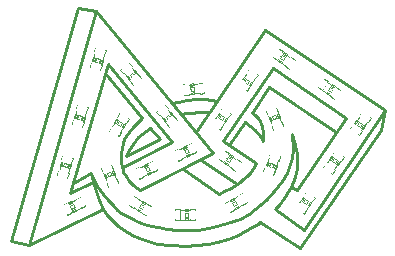
<source format=gto>
G04 (created by PCBNEW (2013-may-18)-stable) date Mon 02 Nov 2015 08:13:46 PM CST*
%MOIN*%
G04 Gerber Fmt 3.4, Leading zero omitted, Abs format*
%FSLAX34Y34*%
G01*
G70*
G90*
G04 APERTURE LIST*
%ADD10C,0.00590551*%
%ADD11C,0.01*%
%ADD12C,0.0026*%
%ADD13C,0.004*%
%ADD14C,0.0354331*%
%ADD15R,0.0314X0.0314*%
G04 APERTURE END LIST*
G54D10*
G54D11*
X78680Y-60180D02*
X77440Y-58660D01*
X80980Y-59570D02*
X81160Y-59600D01*
X80770Y-59550D02*
X80980Y-59570D01*
X80470Y-59550D02*
X80770Y-59550D01*
X80160Y-59580D02*
X80470Y-59550D01*
X79880Y-59630D02*
X80160Y-59580D01*
X79670Y-59680D02*
X79880Y-59630D01*
X80810Y-59960D02*
X80900Y-59970D01*
X80710Y-59960D02*
X80810Y-59960D01*
X80530Y-59970D02*
X80700Y-59960D01*
X80350Y-59990D02*
X80530Y-59970D01*
X80160Y-60010D02*
X80350Y-59990D01*
X79980Y-60040D02*
X80160Y-60010D01*
X77970Y-61630D02*
X78040Y-61950D01*
X77970Y-61340D02*
X77970Y-61630D01*
X77990Y-61160D02*
X77970Y-61340D01*
X78030Y-61010D02*
X77990Y-61160D01*
X78140Y-60760D02*
X78220Y-60650D01*
X78080Y-60870D02*
X78140Y-60760D01*
X78030Y-61010D02*
X78080Y-60870D01*
X78530Y-60300D02*
X78680Y-60180D01*
X78360Y-60470D02*
X78530Y-60300D01*
X78230Y-60640D02*
X78360Y-60470D01*
X82760Y-57240D02*
X80460Y-60640D01*
X86760Y-59920D02*
X82760Y-57240D01*
X78220Y-63460D02*
X78450Y-63580D01*
X77980Y-63330D02*
X78220Y-63460D01*
X77850Y-63240D02*
X77980Y-63330D01*
X78730Y-63700D02*
X78460Y-63590D01*
X78980Y-63780D02*
X78730Y-63700D01*
X79190Y-63820D02*
X78980Y-63780D01*
X79490Y-63870D02*
X79190Y-63820D01*
X79840Y-63910D02*
X79490Y-63870D01*
X80090Y-63920D02*
X79840Y-63910D01*
X80690Y-63870D02*
X81040Y-63800D01*
X80530Y-63890D02*
X80690Y-63870D01*
X80090Y-63920D02*
X80530Y-63890D01*
X77690Y-63080D02*
X77850Y-63240D01*
X77530Y-62910D02*
X77690Y-63080D01*
X77360Y-62690D02*
X77530Y-62910D01*
X77180Y-62440D02*
X77360Y-62690D01*
X76970Y-62030D02*
X77180Y-62440D01*
X81500Y-63680D02*
X81040Y-63800D01*
X81920Y-63540D02*
X81500Y-63680D01*
X82220Y-63360D02*
X81920Y-63540D01*
X82440Y-63220D02*
X82220Y-63360D01*
X82800Y-62900D02*
X82440Y-63220D01*
X83080Y-62620D02*
X82800Y-62900D01*
X83340Y-62260D02*
X83080Y-62620D01*
X83500Y-62000D02*
X83340Y-62260D01*
X83580Y-61800D02*
X83500Y-62000D01*
X83660Y-61500D02*
X83580Y-61800D01*
X83700Y-61200D02*
X83660Y-61500D01*
X83680Y-60720D02*
X83700Y-61200D01*
X83760Y-62140D02*
X83640Y-62460D01*
X83820Y-61840D02*
X83760Y-62140D01*
X83840Y-61600D02*
X83820Y-61840D01*
X83820Y-61360D02*
X83840Y-61600D01*
X83760Y-61080D02*
X83820Y-61360D01*
X83680Y-60720D02*
X83760Y-61080D01*
X82900Y-59140D02*
X85140Y-60640D01*
X82320Y-60000D02*
X82900Y-59140D01*
X82440Y-60080D02*
X82320Y-60000D01*
X82560Y-60220D02*
X82440Y-60080D01*
X82660Y-60440D02*
X82560Y-60220D01*
X82700Y-60660D02*
X82660Y-60440D01*
X82700Y-60940D02*
X82700Y-60660D01*
X82100Y-60320D02*
X81580Y-61080D01*
X82280Y-60440D02*
X82100Y-60320D01*
X82440Y-60580D02*
X82280Y-60440D01*
X82600Y-60760D02*
X82440Y-60580D01*
X82700Y-60940D02*
X82600Y-60760D01*
X80620Y-61560D02*
X81820Y-62360D01*
X81220Y-62700D02*
X80020Y-61880D01*
X81400Y-62620D02*
X81220Y-62700D01*
X81620Y-62500D02*
X81400Y-62620D01*
X81820Y-62380D02*
X81620Y-62500D01*
X81920Y-62320D02*
X81820Y-62380D01*
X82040Y-62220D02*
X81920Y-62320D01*
X82160Y-62100D02*
X82040Y-62220D01*
X82260Y-62000D02*
X82160Y-62100D01*
X82400Y-61820D02*
X82260Y-62000D01*
X82480Y-61680D02*
X82400Y-61820D01*
X81360Y-60940D02*
X82480Y-61680D01*
X83020Y-58500D02*
X81360Y-60940D01*
X85480Y-60160D02*
X83020Y-58500D01*
X83820Y-62580D02*
X85480Y-60160D01*
X83640Y-62460D02*
X83820Y-62580D01*
X83580Y-62560D02*
X83640Y-62460D01*
X83400Y-62840D02*
X83580Y-62560D01*
X83240Y-63060D02*
X83400Y-62840D01*
X83100Y-63220D02*
X83240Y-63060D01*
X84080Y-63900D02*
X83100Y-63220D01*
X86760Y-59920D02*
X84080Y-63900D01*
X86640Y-60560D02*
X86760Y-59920D01*
X83940Y-64520D02*
X86640Y-60560D01*
X82600Y-63640D02*
X83940Y-64520D01*
X82520Y-63700D02*
X82600Y-63640D01*
X82320Y-63820D02*
X82520Y-63700D01*
X82100Y-63940D02*
X82320Y-63820D01*
X81860Y-64060D02*
X82100Y-63940D01*
X81620Y-64160D02*
X81860Y-64060D01*
X81300Y-64260D02*
X81620Y-64160D01*
X80860Y-64360D02*
X81300Y-64260D01*
X80460Y-64420D02*
X80860Y-64360D01*
X80140Y-64440D02*
X80460Y-64420D01*
X79620Y-64420D02*
X80140Y-64440D01*
X79180Y-64360D02*
X79620Y-64420D01*
X78880Y-64280D02*
X79180Y-64360D01*
X78560Y-64160D02*
X78880Y-64280D01*
X78320Y-64060D02*
X78560Y-64160D01*
X78080Y-63920D02*
X78320Y-64060D01*
X77860Y-63760D02*
X78080Y-63920D01*
X77660Y-63580D02*
X77860Y-63760D01*
X77500Y-63400D02*
X77660Y-63580D01*
X77360Y-63200D02*
X77500Y-63400D01*
X77220Y-62920D02*
X77360Y-63200D01*
X77040Y-62300D02*
X77220Y-62920D01*
X76980Y-62020D02*
X77040Y-62300D01*
X78500Y-62520D02*
X78600Y-62580D01*
X78360Y-62400D02*
X78500Y-62520D01*
X78240Y-62280D02*
X78360Y-62400D01*
X78120Y-62120D02*
X78240Y-62280D01*
X78040Y-61960D02*
X78120Y-62120D01*
X78040Y-61800D02*
X78040Y-61960D01*
X78940Y-60500D02*
X79260Y-60880D01*
X78800Y-60600D02*
X78940Y-60500D01*
X78540Y-60820D02*
X78800Y-60600D01*
X78360Y-61040D02*
X78540Y-60820D01*
X78220Y-61240D02*
X78360Y-61040D01*
X78120Y-61440D02*
X78220Y-61240D01*
X76980Y-62020D02*
X76420Y-62300D01*
X79260Y-60880D02*
X78120Y-61440D01*
X77040Y-62300D02*
X76280Y-62680D01*
X79680Y-60980D02*
X78040Y-61800D01*
X77520Y-58380D02*
X79680Y-60980D01*
X76280Y-62680D02*
X77520Y-58380D01*
X81040Y-61340D02*
X78600Y-62580D01*
X77120Y-56600D02*
X81040Y-61340D01*
X77120Y-56600D02*
X74900Y-64420D01*
X76540Y-56500D02*
X77120Y-56600D01*
X74300Y-64260D02*
X76540Y-56500D01*
X74900Y-64420D02*
X77360Y-63200D01*
X74300Y-64260D02*
X74900Y-64420D01*
G54D12*
X83105Y-61926D02*
X82773Y-61805D01*
X82773Y-61805D02*
X82719Y-61953D01*
X83052Y-62074D02*
X82719Y-61953D01*
X83105Y-61926D02*
X83052Y-62074D01*
X83280Y-61446D02*
X82947Y-61325D01*
X82947Y-61325D02*
X82894Y-61473D01*
X83226Y-61594D02*
X82894Y-61473D01*
X83280Y-61446D02*
X83226Y-61594D01*
X83166Y-61760D02*
X83110Y-61740D01*
X83110Y-61740D02*
X83070Y-61851D01*
X83125Y-61871D02*
X83070Y-61851D01*
X83166Y-61760D02*
X83125Y-61871D01*
X82889Y-61659D02*
X82833Y-61639D01*
X82833Y-61639D02*
X82793Y-61750D01*
X82848Y-61770D02*
X82793Y-61750D01*
X82889Y-61659D02*
X82848Y-61770D01*
X83055Y-61720D02*
X82944Y-61679D01*
X82944Y-61679D02*
X82904Y-61790D01*
X83015Y-61831D02*
X82904Y-61790D01*
X83055Y-61720D02*
X83015Y-61831D01*
G54D13*
X83086Y-61920D02*
X83208Y-61587D01*
X82791Y-61812D02*
X82913Y-61479D01*
G54D12*
X79749Y-60121D02*
X79478Y-60349D01*
X79478Y-60349D02*
X79579Y-60469D01*
X79850Y-60242D02*
X79579Y-60469D01*
X79749Y-60121D02*
X79850Y-60242D01*
X79420Y-59730D02*
X79149Y-59957D01*
X79149Y-59957D02*
X79250Y-60078D01*
X79521Y-59850D02*
X79250Y-60078D01*
X79420Y-59730D02*
X79521Y-59850D01*
X79635Y-59986D02*
X79590Y-60024D01*
X79590Y-60024D02*
X79666Y-60114D01*
X79711Y-60076D02*
X79666Y-60114D01*
X79635Y-59986D02*
X79711Y-60076D01*
X79409Y-60175D02*
X79364Y-60213D01*
X79364Y-60213D02*
X79440Y-60304D01*
X79485Y-60266D02*
X79440Y-60304D01*
X79409Y-60175D02*
X79485Y-60266D01*
X79545Y-60062D02*
X79454Y-60137D01*
X79454Y-60137D02*
X79530Y-60228D01*
X79621Y-60152D02*
X79530Y-60228D01*
X79545Y-60062D02*
X79621Y-60152D01*
G54D13*
X79734Y-60134D02*
X79506Y-59863D01*
X79493Y-60336D02*
X79265Y-60065D01*
G54D12*
X76314Y-63335D02*
X76164Y-63014D01*
X76164Y-63014D02*
X76022Y-63080D01*
X76172Y-63401D02*
X76022Y-63080D01*
X76314Y-63335D02*
X76172Y-63401D01*
X76777Y-63119D02*
X76627Y-62798D01*
X76627Y-62798D02*
X76485Y-62864D01*
X76635Y-63185D02*
X76485Y-62864D01*
X76777Y-63119D02*
X76635Y-63185D01*
X76474Y-63260D02*
X76449Y-63206D01*
X76449Y-63206D02*
X76342Y-63256D01*
X76367Y-63310D02*
X76342Y-63256D01*
X76474Y-63260D02*
X76367Y-63310D01*
X76350Y-62993D02*
X76325Y-62939D01*
X76325Y-62939D02*
X76218Y-62989D01*
X76243Y-63042D02*
X76218Y-62989D01*
X76350Y-62993D02*
X76243Y-63042D01*
X76424Y-63153D02*
X76375Y-63046D01*
X76375Y-63046D02*
X76268Y-63096D01*
X76317Y-63203D02*
X76268Y-63096D01*
X76424Y-63153D02*
X76317Y-63203D01*
G54D13*
X76305Y-63317D02*
X76626Y-63167D01*
X76173Y-63032D02*
X76494Y-62882D01*
G54D12*
X75974Y-61583D02*
X76316Y-61674D01*
X76316Y-61674D02*
X76357Y-61523D01*
X76015Y-61431D02*
X76357Y-61523D01*
X75974Y-61583D02*
X76015Y-61431D01*
X75842Y-62076D02*
X76184Y-62168D01*
X76184Y-62168D02*
X76225Y-62016D01*
X75883Y-61925D02*
X76225Y-62016D01*
X75842Y-62076D02*
X75883Y-61925D01*
X75929Y-61754D02*
X75986Y-61769D01*
X75986Y-61769D02*
X76016Y-61655D01*
X75959Y-61640D02*
X76016Y-61655D01*
X75929Y-61754D02*
X75959Y-61640D01*
X76213Y-61830D02*
X76270Y-61845D01*
X76270Y-61845D02*
X76301Y-61731D01*
X76244Y-61716D02*
X76301Y-61731D01*
X76213Y-61830D02*
X76244Y-61716D01*
X76043Y-61784D02*
X76156Y-61815D01*
X76156Y-61815D02*
X76187Y-61701D01*
X76073Y-61670D02*
X76187Y-61701D01*
X76043Y-61784D02*
X76073Y-61670D01*
G54D13*
X75994Y-61588D02*
X75902Y-61930D01*
X76297Y-61669D02*
X76205Y-62011D01*
G54D12*
X77325Y-58416D02*
X76983Y-58325D01*
X76983Y-58325D02*
X76942Y-58476D01*
X77284Y-58568D02*
X76942Y-58476D01*
X77325Y-58416D02*
X77284Y-58568D01*
X77457Y-57923D02*
X77115Y-57831D01*
X77115Y-57831D02*
X77074Y-57983D01*
X77416Y-58074D02*
X77074Y-57983D01*
X77457Y-57923D02*
X77416Y-58074D01*
X77370Y-58245D02*
X77313Y-58230D01*
X77313Y-58230D02*
X77283Y-58344D01*
X77340Y-58359D02*
X77283Y-58344D01*
X77370Y-58245D02*
X77340Y-58359D01*
X77086Y-58169D02*
X77029Y-58154D01*
X77029Y-58154D02*
X76998Y-58268D01*
X77055Y-58283D02*
X76998Y-58268D01*
X77086Y-58169D02*
X77055Y-58283D01*
X77256Y-58215D02*
X77143Y-58184D01*
X77143Y-58184D02*
X77112Y-58298D01*
X77226Y-58329D02*
X77112Y-58298D01*
X77256Y-58215D02*
X77226Y-58329D01*
G54D13*
X77305Y-58411D02*
X77397Y-58069D01*
X77002Y-58330D02*
X77094Y-57988D01*
G54D12*
X76725Y-60316D02*
X76383Y-60225D01*
X76383Y-60225D02*
X76342Y-60376D01*
X76684Y-60468D02*
X76342Y-60376D01*
X76725Y-60316D02*
X76684Y-60468D01*
X76857Y-59823D02*
X76515Y-59731D01*
X76515Y-59731D02*
X76474Y-59883D01*
X76816Y-59974D02*
X76474Y-59883D01*
X76857Y-59823D02*
X76816Y-59974D01*
X76770Y-60145D02*
X76713Y-60130D01*
X76713Y-60130D02*
X76683Y-60244D01*
X76740Y-60259D02*
X76683Y-60244D01*
X76770Y-60145D02*
X76740Y-60259D01*
X76486Y-60069D02*
X76429Y-60054D01*
X76429Y-60054D02*
X76398Y-60168D01*
X76455Y-60183D02*
X76398Y-60168D01*
X76486Y-60069D02*
X76455Y-60183D01*
X76656Y-60115D02*
X76543Y-60084D01*
X76543Y-60084D02*
X76512Y-60198D01*
X76626Y-60229D02*
X76512Y-60198D01*
X76656Y-60115D02*
X76626Y-60229D01*
G54D13*
X76705Y-60311D02*
X76797Y-59969D01*
X76402Y-60230D02*
X76494Y-59888D01*
G54D12*
X78885Y-61664D02*
X79035Y-61985D01*
X79035Y-61985D02*
X79177Y-61919D01*
X79027Y-61598D02*
X79177Y-61919D01*
X78885Y-61664D02*
X79027Y-61598D01*
X78422Y-61880D02*
X78572Y-62201D01*
X78572Y-62201D02*
X78714Y-62135D01*
X78564Y-61814D02*
X78714Y-62135D01*
X78422Y-61880D02*
X78564Y-61814D01*
X78725Y-61739D02*
X78750Y-61793D01*
X78750Y-61793D02*
X78857Y-61743D01*
X78832Y-61689D02*
X78857Y-61743D01*
X78725Y-61739D02*
X78832Y-61689D01*
X78849Y-62006D02*
X78874Y-62060D01*
X78874Y-62060D02*
X78981Y-62010D01*
X78956Y-61957D02*
X78981Y-62010D01*
X78849Y-62006D02*
X78956Y-61957D01*
X78775Y-61846D02*
X78824Y-61953D01*
X78824Y-61953D02*
X78931Y-61903D01*
X78882Y-61796D02*
X78931Y-61903D01*
X78775Y-61846D02*
X78882Y-61796D01*
G54D13*
X78894Y-61682D02*
X78573Y-61832D01*
X79026Y-61967D02*
X78705Y-62117D01*
G54D12*
X80185Y-61064D02*
X80335Y-61385D01*
X80335Y-61385D02*
X80477Y-61319D01*
X80327Y-60998D02*
X80477Y-61319D01*
X80185Y-61064D02*
X80327Y-60998D01*
X79722Y-61280D02*
X79872Y-61601D01*
X79872Y-61601D02*
X80014Y-61535D01*
X79864Y-61214D02*
X80014Y-61535D01*
X79722Y-61280D02*
X79864Y-61214D01*
X80025Y-61139D02*
X80050Y-61193D01*
X80050Y-61193D02*
X80157Y-61143D01*
X80132Y-61089D02*
X80157Y-61143D01*
X80025Y-61139D02*
X80132Y-61089D01*
X80149Y-61406D02*
X80174Y-61460D01*
X80174Y-61460D02*
X80281Y-61410D01*
X80256Y-61357D02*
X80281Y-61410D01*
X80149Y-61406D02*
X80256Y-61357D01*
X80075Y-61246D02*
X80124Y-61353D01*
X80124Y-61353D02*
X80231Y-61303D01*
X80182Y-61196D02*
X80231Y-61303D01*
X80075Y-61246D02*
X80182Y-61196D01*
G54D13*
X80194Y-61082D02*
X79873Y-61232D01*
X80326Y-61367D02*
X80005Y-61517D01*
G54D12*
X85993Y-60596D02*
X85703Y-60393D01*
X85703Y-60393D02*
X85613Y-60522D01*
X85903Y-60725D02*
X85613Y-60522D01*
X85993Y-60596D02*
X85903Y-60725D01*
X86286Y-60177D02*
X85996Y-59974D01*
X85996Y-59974D02*
X85906Y-60103D01*
X86196Y-60306D02*
X85906Y-60103D01*
X86286Y-60177D02*
X86196Y-60306D01*
X86094Y-60451D02*
X86046Y-60417D01*
X86046Y-60417D02*
X85978Y-60514D01*
X86027Y-60548D02*
X85978Y-60514D01*
X86094Y-60451D02*
X86027Y-60548D01*
X85853Y-60282D02*
X85805Y-60248D01*
X85805Y-60248D02*
X85737Y-60345D01*
X85785Y-60378D02*
X85737Y-60345D01*
X85853Y-60282D02*
X85785Y-60378D01*
X85998Y-60383D02*
X85901Y-60316D01*
X85901Y-60316D02*
X85833Y-60412D01*
X85930Y-60480D02*
X85833Y-60412D01*
X85998Y-60383D02*
X85930Y-60480D01*
G54D13*
X85977Y-60585D02*
X86180Y-60295D01*
X85719Y-60404D02*
X85922Y-60114D01*
G54D12*
X81735Y-63241D02*
X81558Y-62935D01*
X81558Y-62935D02*
X81422Y-63013D01*
X81599Y-63320D02*
X81422Y-63013D01*
X81735Y-63241D02*
X81599Y-63320D01*
X82177Y-62986D02*
X82000Y-62679D01*
X82000Y-62679D02*
X81864Y-62758D01*
X82041Y-63064D02*
X81864Y-62758D01*
X82177Y-62986D02*
X82041Y-63064D01*
X81888Y-63153D02*
X81859Y-63102D01*
X81859Y-63102D02*
X81756Y-63161D01*
X81786Y-63212D02*
X81756Y-63161D01*
X81888Y-63153D02*
X81786Y-63212D01*
X81741Y-62897D02*
X81711Y-62846D01*
X81711Y-62846D02*
X81609Y-62905D01*
X81638Y-62956D02*
X81609Y-62905D01*
X81741Y-62897D02*
X81638Y-62956D01*
X81829Y-63051D02*
X81770Y-62948D01*
X81770Y-62948D02*
X81668Y-63007D01*
X81727Y-63110D02*
X81668Y-63007D01*
X81829Y-63051D02*
X81727Y-63110D01*
G54D13*
X81725Y-63224D02*
X82031Y-63047D01*
X81568Y-62952D02*
X81874Y-62775D01*
G54D12*
X78549Y-58721D02*
X78278Y-58949D01*
X78278Y-58949D02*
X78379Y-59069D01*
X78650Y-58842D02*
X78379Y-59069D01*
X78549Y-58721D02*
X78650Y-58842D01*
X78220Y-58330D02*
X77949Y-58557D01*
X77949Y-58557D02*
X78050Y-58678D01*
X78321Y-58450D02*
X78050Y-58678D01*
X78220Y-58330D02*
X78321Y-58450D01*
X78435Y-58586D02*
X78390Y-58624D01*
X78390Y-58624D02*
X78466Y-58714D01*
X78511Y-58676D02*
X78466Y-58714D01*
X78435Y-58586D02*
X78511Y-58676D01*
X78209Y-58775D02*
X78164Y-58813D01*
X78164Y-58813D02*
X78240Y-58904D01*
X78285Y-58866D02*
X78240Y-58904D01*
X78209Y-58775D02*
X78285Y-58866D01*
X78345Y-58662D02*
X78254Y-58737D01*
X78254Y-58737D02*
X78330Y-58828D01*
X78421Y-58752D02*
X78330Y-58828D01*
X78345Y-58662D02*
X78421Y-58752D01*
G54D13*
X78534Y-58734D02*
X78306Y-58463D01*
X78293Y-58936D02*
X78065Y-58665D01*
G54D12*
X80277Y-63223D02*
X80277Y-63577D01*
X80277Y-63577D02*
X80434Y-63577D01*
X80434Y-63223D02*
X80434Y-63577D01*
X80277Y-63223D02*
X80434Y-63223D01*
X79766Y-63223D02*
X79766Y-63577D01*
X79766Y-63577D02*
X79923Y-63577D01*
X79923Y-63223D02*
X79923Y-63577D01*
X79766Y-63223D02*
X79923Y-63223D01*
X80100Y-63223D02*
X80100Y-63282D01*
X80100Y-63282D02*
X80218Y-63282D01*
X80218Y-63223D02*
X80218Y-63282D01*
X80100Y-63223D02*
X80218Y-63223D01*
X80100Y-63518D02*
X80100Y-63577D01*
X80100Y-63577D02*
X80218Y-63577D01*
X80218Y-63518D02*
X80218Y-63577D01*
X80100Y-63518D02*
X80218Y-63518D01*
X80100Y-63341D02*
X80100Y-63459D01*
X80100Y-63459D02*
X80218Y-63459D01*
X80218Y-63341D02*
X80218Y-63459D01*
X80100Y-63341D02*
X80218Y-63341D01*
G54D13*
X80277Y-63243D02*
X79923Y-63243D01*
X80277Y-63557D02*
X79923Y-63557D01*
G54D12*
X78841Y-63035D02*
X78664Y-63341D01*
X78664Y-63341D02*
X78800Y-63420D01*
X78977Y-63113D02*
X78800Y-63420D01*
X78841Y-63035D02*
X78977Y-63113D01*
X78399Y-62779D02*
X78222Y-63086D01*
X78222Y-63086D02*
X78358Y-63164D01*
X78535Y-62858D02*
X78358Y-63164D01*
X78399Y-62779D02*
X78535Y-62858D01*
X78688Y-62946D02*
X78659Y-62997D01*
X78659Y-62997D02*
X78761Y-63056D01*
X78790Y-63005D02*
X78761Y-63056D01*
X78688Y-62946D02*
X78790Y-63005D01*
X78541Y-63202D02*
X78511Y-63253D01*
X78511Y-63253D02*
X78613Y-63312D01*
X78643Y-63261D02*
X78613Y-63312D01*
X78541Y-63202D02*
X78643Y-63261D01*
X78629Y-63048D02*
X78570Y-63151D01*
X78570Y-63151D02*
X78672Y-63210D01*
X78731Y-63107D02*
X78672Y-63210D01*
X78629Y-63048D02*
X78731Y-63107D01*
G54D13*
X78831Y-63052D02*
X78525Y-62875D01*
X78674Y-63324D02*
X78368Y-63147D01*
G54D12*
X80239Y-59391D02*
X80208Y-59039D01*
X80208Y-59039D02*
X80051Y-59052D01*
X80082Y-59405D02*
X80051Y-59052D01*
X80239Y-59391D02*
X80082Y-59405D01*
X80748Y-59347D02*
X80717Y-58994D01*
X80717Y-58994D02*
X80560Y-59008D01*
X80591Y-59360D02*
X80560Y-59008D01*
X80748Y-59347D02*
X80591Y-59360D01*
X80415Y-59376D02*
X80410Y-59317D01*
X80410Y-59317D02*
X80292Y-59327D01*
X80297Y-59386D02*
X80292Y-59327D01*
X80415Y-59376D02*
X80297Y-59386D01*
X80389Y-59082D02*
X80384Y-59023D01*
X80384Y-59023D02*
X80267Y-59033D01*
X80272Y-59092D02*
X80267Y-59033D01*
X80389Y-59082D02*
X80272Y-59092D01*
X80405Y-59258D02*
X80394Y-59141D01*
X80394Y-59141D02*
X80277Y-59151D01*
X80287Y-59269D02*
X80277Y-59151D01*
X80405Y-59258D02*
X80287Y-59269D01*
G54D13*
X80237Y-59371D02*
X80590Y-59340D01*
X80209Y-59059D02*
X80562Y-59028D01*
G54D12*
X82873Y-60094D02*
X83205Y-59973D01*
X83205Y-59973D02*
X83152Y-59825D01*
X82819Y-59946D02*
X83152Y-59825D01*
X82873Y-60094D02*
X82819Y-59946D01*
X83047Y-60574D02*
X83380Y-60453D01*
X83380Y-60453D02*
X83326Y-60305D01*
X82994Y-60426D02*
X83326Y-60305D01*
X83047Y-60574D02*
X82994Y-60426D01*
X82933Y-60260D02*
X82989Y-60240D01*
X82989Y-60240D02*
X82948Y-60129D01*
X82893Y-60149D02*
X82948Y-60129D01*
X82933Y-60260D02*
X82893Y-60149D01*
X83210Y-60159D02*
X83266Y-60139D01*
X83266Y-60139D02*
X83225Y-60028D01*
X83170Y-60048D02*
X83225Y-60028D01*
X83210Y-60159D02*
X83170Y-60048D01*
X83044Y-60220D02*
X83155Y-60179D01*
X83155Y-60179D02*
X83115Y-60068D01*
X83004Y-60109D02*
X83115Y-60068D01*
X83044Y-60220D02*
X83004Y-60109D01*
G54D13*
X82891Y-60087D02*
X83013Y-60420D01*
X83186Y-59979D02*
X83308Y-60312D01*
G54D12*
X77835Y-60158D02*
X78141Y-60335D01*
X78141Y-60335D02*
X78220Y-60199D01*
X77913Y-60022D02*
X78220Y-60199D01*
X77835Y-60158D02*
X77913Y-60022D01*
X77579Y-60600D02*
X77886Y-60777D01*
X77886Y-60777D02*
X77964Y-60641D01*
X77658Y-60464D02*
X77964Y-60641D01*
X77579Y-60600D02*
X77658Y-60464D01*
X77746Y-60311D02*
X77797Y-60341D01*
X77797Y-60341D02*
X77856Y-60238D01*
X77805Y-60209D02*
X77856Y-60238D01*
X77746Y-60311D02*
X77805Y-60209D01*
X78002Y-60459D02*
X78053Y-60488D01*
X78053Y-60488D02*
X78112Y-60386D01*
X78061Y-60356D02*
X78112Y-60386D01*
X78002Y-60459D02*
X78061Y-60356D01*
X77848Y-60370D02*
X77951Y-60429D01*
X77951Y-60429D02*
X78010Y-60327D01*
X77907Y-60268D02*
X78010Y-60327D01*
X77848Y-60370D02*
X77907Y-60268D01*
G54D13*
X77852Y-60168D02*
X77675Y-60474D01*
X78124Y-60325D02*
X77947Y-60631D01*
G54D12*
X77373Y-61994D02*
X77705Y-61873D01*
X77705Y-61873D02*
X77652Y-61725D01*
X77319Y-61846D02*
X77652Y-61725D01*
X77373Y-61994D02*
X77319Y-61846D01*
X77547Y-62474D02*
X77880Y-62353D01*
X77880Y-62353D02*
X77826Y-62205D01*
X77494Y-62326D02*
X77826Y-62205D01*
X77547Y-62474D02*
X77494Y-62326D01*
X77433Y-62160D02*
X77489Y-62140D01*
X77489Y-62140D02*
X77448Y-62029D01*
X77393Y-62049D02*
X77448Y-62029D01*
X77433Y-62160D02*
X77393Y-62049D01*
X77710Y-62059D02*
X77766Y-62039D01*
X77766Y-62039D02*
X77725Y-61928D01*
X77670Y-61948D02*
X77725Y-61928D01*
X77710Y-62059D02*
X77670Y-61948D01*
X77544Y-62120D02*
X77655Y-62079D01*
X77655Y-62079D02*
X77615Y-61968D01*
X77504Y-62009D02*
X77615Y-61968D01*
X77544Y-62120D02*
X77504Y-62009D01*
G54D13*
X77391Y-61987D02*
X77513Y-62320D01*
X77686Y-61879D02*
X77808Y-62212D01*
G54D12*
X85146Y-59156D02*
X84943Y-59446D01*
X84943Y-59446D02*
X85072Y-59536D01*
X85275Y-59246D02*
X85072Y-59536D01*
X85146Y-59156D02*
X85275Y-59246D01*
X84727Y-58863D02*
X84524Y-59153D01*
X84524Y-59153D02*
X84653Y-59243D01*
X84856Y-58953D02*
X84653Y-59243D01*
X84727Y-58863D02*
X84856Y-58953D01*
X85001Y-59055D02*
X84967Y-59103D01*
X84967Y-59103D02*
X85064Y-59171D01*
X85098Y-59122D02*
X85064Y-59171D01*
X85001Y-59055D02*
X85098Y-59122D01*
X84832Y-59296D02*
X84798Y-59344D01*
X84798Y-59344D02*
X84895Y-59412D01*
X84928Y-59364D02*
X84895Y-59412D01*
X84832Y-59296D02*
X84928Y-59364D01*
X84933Y-59151D02*
X84866Y-59248D01*
X84866Y-59248D02*
X84962Y-59316D01*
X85030Y-59219D02*
X84962Y-59316D01*
X84933Y-59151D02*
X85030Y-59219D01*
G54D13*
X85135Y-59172D02*
X84845Y-58969D01*
X84954Y-59430D02*
X84664Y-59227D01*
G54D12*
X85006Y-61403D02*
X85296Y-61606D01*
X85296Y-61606D02*
X85386Y-61477D01*
X85096Y-61274D02*
X85386Y-61477D01*
X85006Y-61403D02*
X85096Y-61274D01*
X84713Y-61822D02*
X85003Y-62025D01*
X85003Y-62025D02*
X85093Y-61896D01*
X84803Y-61693D02*
X85093Y-61896D01*
X84713Y-61822D02*
X84803Y-61693D01*
X84905Y-61548D02*
X84953Y-61582D01*
X84953Y-61582D02*
X85021Y-61485D01*
X84972Y-61451D02*
X85021Y-61485D01*
X84905Y-61548D02*
X84972Y-61451D01*
X85146Y-61717D02*
X85194Y-61751D01*
X85194Y-61751D02*
X85262Y-61654D01*
X85214Y-61621D02*
X85262Y-61654D01*
X85146Y-61717D02*
X85214Y-61621D01*
X85001Y-61616D02*
X85098Y-61683D01*
X85098Y-61683D02*
X85166Y-61587D01*
X85069Y-61519D02*
X85166Y-61587D01*
X85001Y-61616D02*
X85069Y-61519D01*
G54D13*
X85022Y-61414D02*
X84819Y-61704D01*
X85280Y-61595D02*
X85077Y-61885D01*
G54D12*
X84056Y-62753D02*
X84346Y-62956D01*
X84346Y-62956D02*
X84436Y-62827D01*
X84146Y-62624D02*
X84436Y-62827D01*
X84056Y-62753D02*
X84146Y-62624D01*
X83763Y-63172D02*
X84053Y-63375D01*
X84053Y-63375D02*
X84143Y-63246D01*
X83853Y-63043D02*
X84143Y-63246D01*
X83763Y-63172D02*
X83853Y-63043D01*
X83955Y-62898D02*
X84003Y-62932D01*
X84003Y-62932D02*
X84071Y-62835D01*
X84022Y-62801D02*
X84071Y-62835D01*
X83955Y-62898D02*
X84022Y-62801D01*
X84196Y-63067D02*
X84244Y-63101D01*
X84244Y-63101D02*
X84312Y-63004D01*
X84264Y-62971D02*
X84312Y-63004D01*
X84196Y-63067D02*
X84264Y-62971D01*
X84051Y-62966D02*
X84148Y-63033D01*
X84148Y-63033D02*
X84216Y-62937D01*
X84119Y-62869D02*
X84216Y-62937D01*
X84051Y-62966D02*
X84119Y-62869D01*
G54D13*
X84072Y-62764D02*
X83869Y-63054D01*
X84330Y-62945D02*
X84127Y-63235D01*
G54D12*
X82243Y-59146D02*
X81953Y-58943D01*
X81953Y-58943D02*
X81863Y-59072D01*
X82153Y-59275D02*
X81863Y-59072D01*
X82243Y-59146D02*
X82153Y-59275D01*
X82536Y-58727D02*
X82246Y-58524D01*
X82246Y-58524D02*
X82156Y-58653D01*
X82446Y-58856D02*
X82156Y-58653D01*
X82536Y-58727D02*
X82446Y-58856D01*
X82344Y-59001D02*
X82296Y-58967D01*
X82296Y-58967D02*
X82228Y-59064D01*
X82277Y-59098D02*
X82228Y-59064D01*
X82344Y-59001D02*
X82277Y-59098D01*
X82103Y-58832D02*
X82055Y-58798D01*
X82055Y-58798D02*
X81987Y-58895D01*
X82035Y-58928D02*
X81987Y-58895D01*
X82103Y-58832D02*
X82035Y-58928D01*
X82248Y-58933D02*
X82151Y-58866D01*
X82151Y-58866D02*
X82083Y-58962D01*
X82180Y-59030D02*
X82083Y-58962D01*
X82248Y-58933D02*
X82180Y-59030D01*
G54D13*
X82227Y-59135D02*
X82430Y-58845D01*
X81969Y-58954D02*
X82172Y-58664D01*
G54D12*
X83153Y-58243D02*
X83356Y-57953D01*
X83356Y-57953D02*
X83227Y-57863D01*
X83024Y-58153D02*
X83227Y-57863D01*
X83153Y-58243D02*
X83024Y-58153D01*
X83572Y-58536D02*
X83775Y-58246D01*
X83775Y-58246D02*
X83646Y-58156D01*
X83443Y-58446D02*
X83646Y-58156D01*
X83572Y-58536D02*
X83443Y-58446D01*
X83298Y-58344D02*
X83332Y-58296D01*
X83332Y-58296D02*
X83235Y-58228D01*
X83201Y-58277D02*
X83235Y-58228D01*
X83298Y-58344D02*
X83201Y-58277D01*
X83467Y-58103D02*
X83501Y-58055D01*
X83501Y-58055D02*
X83404Y-57987D01*
X83371Y-58035D02*
X83404Y-57987D01*
X83467Y-58103D02*
X83371Y-58035D01*
X83366Y-58248D02*
X83433Y-58151D01*
X83433Y-58151D02*
X83337Y-58083D01*
X83269Y-58180D02*
X83337Y-58083D01*
X83366Y-58248D02*
X83269Y-58180D01*
G54D13*
X83164Y-58227D02*
X83454Y-58430D01*
X83345Y-57969D02*
X83635Y-58172D01*
G54D12*
X81256Y-59953D02*
X81546Y-60156D01*
X81546Y-60156D02*
X81636Y-60027D01*
X81346Y-59824D02*
X81636Y-60027D01*
X81256Y-59953D02*
X81346Y-59824D01*
X80963Y-60372D02*
X81253Y-60575D01*
X81253Y-60575D02*
X81343Y-60446D01*
X81053Y-60243D02*
X81343Y-60446D01*
X80963Y-60372D02*
X81053Y-60243D01*
X81155Y-60098D02*
X81203Y-60132D01*
X81203Y-60132D02*
X81271Y-60035D01*
X81222Y-60001D02*
X81271Y-60035D01*
X81155Y-60098D02*
X81222Y-60001D01*
X81396Y-60267D02*
X81444Y-60301D01*
X81444Y-60301D02*
X81512Y-60204D01*
X81464Y-60171D02*
X81512Y-60204D01*
X81396Y-60267D02*
X81464Y-60171D01*
X81251Y-60166D02*
X81348Y-60233D01*
X81348Y-60233D02*
X81416Y-60137D01*
X81319Y-60069D02*
X81416Y-60137D01*
X81251Y-60166D02*
X81319Y-60069D01*
G54D13*
X81272Y-59964D02*
X81069Y-60254D01*
X81530Y-60145D02*
X81327Y-60435D01*
G54D12*
X81353Y-61643D02*
X81556Y-61353D01*
X81556Y-61353D02*
X81427Y-61263D01*
X81224Y-61553D02*
X81427Y-61263D01*
X81353Y-61643D02*
X81224Y-61553D01*
X81772Y-61936D02*
X81975Y-61646D01*
X81975Y-61646D02*
X81846Y-61556D01*
X81643Y-61846D02*
X81846Y-61556D01*
X81772Y-61936D02*
X81643Y-61846D01*
X81498Y-61744D02*
X81532Y-61696D01*
X81532Y-61696D02*
X81435Y-61628D01*
X81401Y-61677D02*
X81435Y-61628D01*
X81498Y-61744D02*
X81401Y-61677D01*
X81667Y-61503D02*
X81701Y-61455D01*
X81701Y-61455D02*
X81604Y-61387D01*
X81571Y-61435D02*
X81604Y-61387D01*
X81667Y-61503D02*
X81571Y-61435D01*
X81566Y-61648D02*
X81633Y-61551D01*
X81633Y-61551D02*
X81537Y-61483D01*
X81469Y-61580D02*
X81537Y-61483D01*
X81566Y-61648D02*
X81469Y-61580D01*
G54D13*
X81364Y-61627D02*
X81654Y-61830D01*
X81545Y-61369D02*
X81835Y-61572D01*
%LPC*%
G54D14*
X84290Y-56700D03*
X83109Y-56700D03*
G54D10*
G36*
X83007Y-61221D02*
X83302Y-61328D01*
X83194Y-61624D01*
X82899Y-61516D01*
X83007Y-61221D01*
X83007Y-61221D01*
G37*
G36*
X82805Y-61775D02*
X83100Y-61883D01*
X82992Y-62178D01*
X82697Y-62071D01*
X82805Y-61775D01*
X82805Y-61775D01*
G37*
G36*
X79089Y-59854D02*
X79329Y-59652D01*
X79531Y-59893D01*
X79291Y-60095D01*
X79089Y-59854D01*
X79089Y-59854D01*
G37*
G36*
X79468Y-60306D02*
X79708Y-60104D01*
X79910Y-60345D01*
X79670Y-60547D01*
X79468Y-60306D01*
X79468Y-60306D01*
G37*
G36*
X76743Y-62766D02*
X76876Y-63051D01*
X76591Y-63183D01*
X76458Y-62899D01*
X76743Y-62766D01*
X76743Y-62766D01*
G37*
G36*
X76208Y-63016D02*
X76341Y-63300D01*
X76056Y-63433D01*
X75923Y-63148D01*
X76208Y-63016D01*
X76208Y-63016D01*
G37*
G36*
X76134Y-62277D02*
X75831Y-62195D01*
X75912Y-61892D01*
X76215Y-61973D01*
X76134Y-62277D01*
X76134Y-62277D01*
G37*
G36*
X76287Y-61707D02*
X75984Y-61626D01*
X76065Y-61322D01*
X76368Y-61404D01*
X76287Y-61707D01*
X76287Y-61707D01*
G37*
G36*
X77165Y-57722D02*
X77468Y-57804D01*
X77387Y-58107D01*
X77084Y-58026D01*
X77165Y-57722D01*
X77165Y-57722D01*
G37*
G36*
X77012Y-58292D02*
X77315Y-58373D01*
X77234Y-58677D01*
X76931Y-58595D01*
X77012Y-58292D01*
X77012Y-58292D01*
G37*
G36*
X76565Y-59622D02*
X76868Y-59704D01*
X76787Y-60007D01*
X76484Y-59926D01*
X76565Y-59622D01*
X76565Y-59622D01*
G37*
G36*
X76412Y-60192D02*
X76715Y-60273D01*
X76634Y-60577D01*
X76331Y-60495D01*
X76412Y-60192D01*
X76412Y-60192D01*
G37*
G36*
X78456Y-62233D02*
X78323Y-61948D01*
X78608Y-61816D01*
X78741Y-62100D01*
X78456Y-62233D01*
X78456Y-62233D01*
G37*
G36*
X78991Y-61983D02*
X78858Y-61699D01*
X79143Y-61566D01*
X79276Y-61851D01*
X78991Y-61983D01*
X78991Y-61983D01*
G37*
G36*
X79756Y-61633D02*
X79623Y-61348D01*
X79908Y-61216D01*
X80041Y-61500D01*
X79756Y-61633D01*
X79756Y-61633D01*
G37*
G36*
X80291Y-61383D02*
X80158Y-61099D01*
X80443Y-60966D01*
X80576Y-61251D01*
X80291Y-61383D01*
X80291Y-61383D01*
G37*
G36*
X86080Y-59889D02*
X86337Y-60069D01*
X86157Y-60327D01*
X85900Y-60146D01*
X86080Y-59889D01*
X86080Y-59889D01*
G37*
G36*
X85742Y-60372D02*
X85999Y-60553D01*
X85819Y-60810D01*
X85562Y-60630D01*
X85742Y-60372D01*
X85742Y-60372D01*
G37*
G36*
X82112Y-62638D02*
X82269Y-62909D01*
X81998Y-63066D01*
X81841Y-62795D01*
X82112Y-62638D01*
X82112Y-62638D01*
G37*
G36*
X81601Y-62933D02*
X81758Y-63204D01*
X81487Y-63361D01*
X81330Y-63090D01*
X81601Y-62933D01*
X81601Y-62933D01*
G37*
G36*
X77889Y-58454D02*
X78129Y-58252D01*
X78331Y-58493D01*
X78091Y-58695D01*
X77889Y-58454D01*
X77889Y-58454D01*
G37*
G36*
X78268Y-58906D02*
X78508Y-58704D01*
X78710Y-58945D01*
X78470Y-59147D01*
X78268Y-58906D01*
X78268Y-58906D01*
G37*
G54D15*
X79805Y-63400D03*
X80395Y-63400D03*
G54D10*
G36*
X78130Y-63009D02*
X78287Y-62738D01*
X78558Y-62895D01*
X78401Y-63166D01*
X78130Y-63009D01*
X78130Y-63009D01*
G37*
G36*
X78641Y-63304D02*
X78798Y-63033D01*
X79069Y-63190D01*
X78912Y-63461D01*
X78641Y-63304D01*
X78641Y-63304D01*
G37*
G36*
X80836Y-59004D02*
X80863Y-59317D01*
X80551Y-59344D01*
X80523Y-59031D01*
X80836Y-59004D01*
X80836Y-59004D01*
G37*
G36*
X80248Y-59055D02*
X80276Y-59368D01*
X79963Y-59395D01*
X79936Y-59082D01*
X80248Y-59055D01*
X80248Y-59055D01*
G37*
G36*
X83402Y-60571D02*
X83107Y-60678D01*
X82999Y-60383D01*
X83294Y-60275D01*
X83402Y-60571D01*
X83402Y-60571D01*
G37*
G36*
X83200Y-60016D02*
X82905Y-60124D01*
X82797Y-59828D01*
X83092Y-59721D01*
X83200Y-60016D01*
X83200Y-60016D01*
G37*
G36*
X77809Y-60869D02*
X77538Y-60712D01*
X77695Y-60441D01*
X77966Y-60598D01*
X77809Y-60869D01*
X77809Y-60869D01*
G37*
G36*
X78104Y-60358D02*
X77833Y-60201D01*
X77990Y-59930D01*
X78261Y-60087D01*
X78104Y-60358D01*
X78104Y-60358D01*
G37*
G36*
X77902Y-62471D02*
X77607Y-62578D01*
X77499Y-62283D01*
X77794Y-62175D01*
X77902Y-62471D01*
X77902Y-62471D01*
G37*
G36*
X77700Y-61916D02*
X77405Y-62024D01*
X77297Y-61728D01*
X77592Y-61621D01*
X77700Y-61916D01*
X77700Y-61916D01*
G37*
G36*
X84439Y-59069D02*
X84619Y-58812D01*
X84877Y-58992D01*
X84696Y-59249D01*
X84439Y-59069D01*
X84439Y-59069D01*
G37*
G36*
X84922Y-59407D02*
X85103Y-59150D01*
X85360Y-59330D01*
X85180Y-59587D01*
X84922Y-59407D01*
X84922Y-59407D01*
G37*
G36*
X84919Y-62110D02*
X84662Y-61930D01*
X84842Y-61672D01*
X85099Y-61853D01*
X84919Y-62110D01*
X84919Y-62110D01*
G37*
G36*
X85257Y-61627D02*
X85000Y-61446D01*
X85180Y-61189D01*
X85437Y-61369D01*
X85257Y-61627D01*
X85257Y-61627D01*
G37*
G36*
X83969Y-63460D02*
X83712Y-63280D01*
X83892Y-63022D01*
X84149Y-63203D01*
X83969Y-63460D01*
X83969Y-63460D01*
G37*
G36*
X84307Y-62977D02*
X84050Y-62796D01*
X84230Y-62539D01*
X84487Y-62719D01*
X84307Y-62977D01*
X84307Y-62977D01*
G37*
G36*
X82330Y-58439D02*
X82587Y-58619D01*
X82407Y-58877D01*
X82150Y-58696D01*
X82330Y-58439D01*
X82330Y-58439D01*
G37*
G36*
X81992Y-58922D02*
X82249Y-59103D01*
X82069Y-59360D01*
X81812Y-59180D01*
X81992Y-58922D01*
X81992Y-58922D01*
G37*
G36*
X83860Y-58330D02*
X83680Y-58587D01*
X83422Y-58407D01*
X83603Y-58150D01*
X83860Y-58330D01*
X83860Y-58330D01*
G37*
G36*
X83377Y-57992D02*
X83196Y-58249D01*
X82939Y-58069D01*
X83119Y-57812D01*
X83377Y-57992D01*
X83377Y-57992D01*
G37*
G36*
X81169Y-60660D02*
X80912Y-60480D01*
X81092Y-60222D01*
X81349Y-60403D01*
X81169Y-60660D01*
X81169Y-60660D01*
G37*
G36*
X81507Y-60177D02*
X81250Y-59996D01*
X81430Y-59739D01*
X81687Y-59919D01*
X81507Y-60177D01*
X81507Y-60177D01*
G37*
G36*
X82060Y-61730D02*
X81880Y-61987D01*
X81622Y-61807D01*
X81803Y-61550D01*
X82060Y-61730D01*
X82060Y-61730D01*
G37*
G36*
X81577Y-61392D02*
X81396Y-61649D01*
X81139Y-61469D01*
X81319Y-61212D01*
X81577Y-61392D01*
X81577Y-61392D01*
G37*
M02*

</source>
